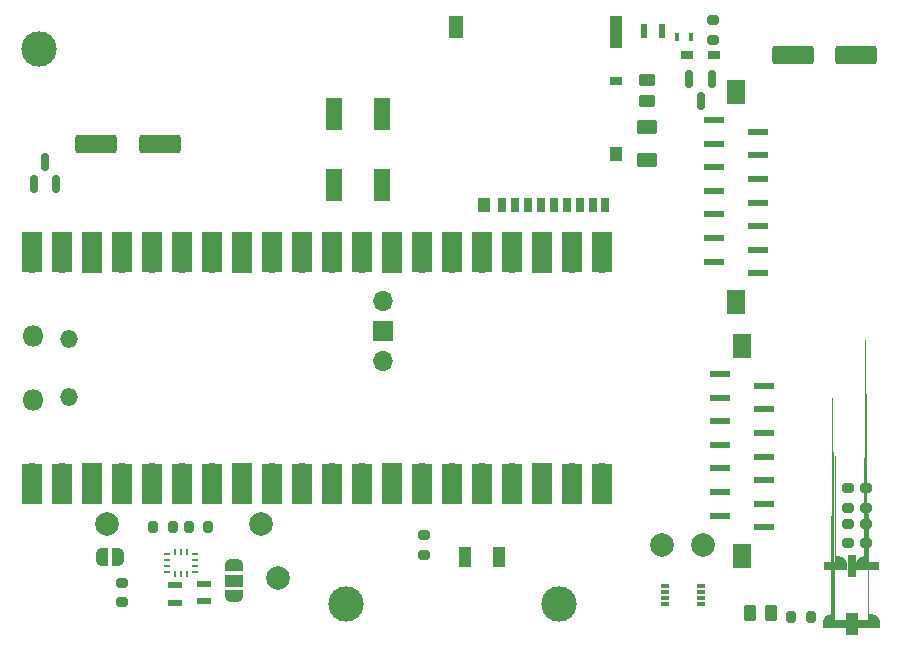
<source format=gbr>
%TF.GenerationSoftware,KiCad,Pcbnew,(6.0.10)*%
%TF.CreationDate,2023-02-15T00:38:02+01:00*%
%TF.ProjectId,Axe_lin_aire,4178655f-6c69-46ee-9961-6972652e6b69,rev?*%
%TF.SameCoordinates,Original*%
%TF.FileFunction,Soldermask,Top*%
%TF.FilePolarity,Negative*%
%FSLAX46Y46*%
G04 Gerber Fmt 4.6, Leading zero omitted, Abs format (unit mm)*
G04 Created by KiCad (PCBNEW (6.0.10)) date 2023-02-15 00:38:02*
%MOMM*%
%LPD*%
G01*
G04 APERTURE LIST*
G04 Aperture macros list*
%AMRoundRect*
0 Rectangle with rounded corners*
0 $1 Rounding radius*
0 $2 $3 $4 $5 $6 $7 $8 $9 X,Y pos of 4 corners*
0 Add a 4 corners polygon primitive as box body*
4,1,4,$2,$3,$4,$5,$6,$7,$8,$9,$2,$3,0*
0 Add four circle primitives for the rounded corners*
1,1,$1+$1,$2,$3*
1,1,$1+$1,$4,$5*
1,1,$1+$1,$6,$7*
1,1,$1+$1,$8,$9*
0 Add four rect primitives between the rounded corners*
20,1,$1+$1,$2,$3,$4,$5,0*
20,1,$1+$1,$4,$5,$6,$7,0*
20,1,$1+$1,$6,$7,$8,$9,0*
20,1,$1+$1,$8,$9,$2,$3,0*%
%AMFreePoly0*
4,1,22,0.500000,-0.750000,0.000000,-0.750000,0.000000,-0.745033,-0.079941,-0.743568,-0.215256,-0.701293,-0.333266,-0.622738,-0.424486,-0.514219,-0.481581,-0.384460,-0.499164,-0.250000,-0.500000,-0.250000,-0.500000,0.250000,-0.499164,0.250000,-0.499963,0.256109,-0.478152,0.396186,-0.417904,0.524511,-0.324060,0.630769,-0.204165,0.706417,-0.067858,0.745374,0.000000,0.744959,0.000000,0.750000,
0.500000,0.750000,0.500000,-0.750000,0.500000,-0.750000,$1*%
%AMFreePoly1*
4,1,20,0.000000,0.744959,0.073905,0.744508,0.209726,0.703889,0.328688,0.626782,0.421226,0.519385,0.479903,0.390333,0.500000,0.250000,0.500000,-0.250000,0.499851,-0.262216,0.476331,-0.402017,0.414519,-0.529596,0.319384,-0.634700,0.198574,-0.708877,0.061801,-0.746166,0.000000,-0.745033,0.000000,-0.750000,-0.500000,-0.750000,-0.500000,0.750000,0.000000,0.750000,0.000000,0.744959,
0.000000,0.744959,$1*%
%AMFreePoly2*
4,1,53,-0.099833,0.852494,-0.099048,0.852106,-0.098232,0.851768,-0.098198,0.851685,-0.098118,0.851646,-0.097838,0.850816,-0.097500,0.850000,-0.097500,0.350000,0.950000,0.350000,0.950000,-0.350000,-0.946033,-0.350000,-0.948424,-0.351941,-0.948767,-0.352043,-0.949015,-0.352297,-0.949646,-0.352305,-0.950258,-0.352487,-0.950573,-0.352317,-0.950929,-0.352321,-0.951382,-0.351879,-0.951941,-0.351576,
-0.952043,-0.351233,-0.952298,-0.350984,-0.987367,-0.269161,-0.987370,-0.268922,-0.987508,-0.268726,-1.026602,-0.095087,-1.026556,-0.094819,-1.026663,-0.094568,-1.028802,0.083403,-1.028700,0.083657,-1.028753,0.083923,-0.993844,0.258450,-0.993693,0.258676,-0.993689,0.258949,-0.923255,0.422405,-0.923060,0.422595,-0.922999,0.422861,-0.820121,0.568100,-0.819891,0.568245,-0.819776,0.568493,
-0.688950,0.689169,-0.688695,0.689263,-0.688531,0.689482,-0.535473,0.780321,-0.535203,0.780360,-0.534998,0.780539,-0.366398,0.837571,-0.366126,0.837553,-0.365888,0.837686,-0.189116,0.858417,-0.188884,0.858351,-0.188657,0.858428,-0.099833,0.852494,-0.099833,0.852494,$1*%
%AMFreePoly3*
4,1,53,0.188884,0.858352,0.189115,0.858417,0.365888,0.837686,0.366126,0.837553,0.366398,0.837571,0.534998,0.780539,0.535203,0.780360,0.535473,0.780321,0.688531,0.689482,0.688694,0.689264,0.688950,0.689170,0.819776,0.568493,0.819891,0.568245,0.820121,0.568100,0.922999,0.422861,0.923060,0.422595,0.923255,0.422405,0.993689,0.258950,0.993693,0.258676,0.993844,0.258450,
1.028753,0.083923,1.028700,0.083657,1.028802,0.083403,1.026663,-0.094568,1.026556,-0.094819,1.026602,-0.095087,0.987508,-0.268725,0.987370,-0.268921,0.987367,-0.269161,0.952298,-0.350985,0.952043,-0.351234,0.951941,-0.351576,0.951384,-0.351877,0.950929,-0.352322,0.950571,-0.352318,0.950258,-0.352487,0.949650,-0.352306,0.949015,-0.352298,0.948766,-0.352043,0.948424,-0.351941,
0.946033,-0.350000,-0.950000,-0.350000,-0.950000,0.350000,0.097500,0.350000,0.097500,0.850000,0.097838,0.850816,0.098118,0.851646,0.098198,0.851685,0.098232,0.851768,0.099048,0.852106,0.099833,0.852494,0.188657,0.858428,0.188884,0.858352,0.188884,0.858352,$1*%
%AMFreePoly4*
4,1,22,0.550000,-0.750000,0.000000,-0.750000,0.000000,-0.745033,-0.079941,-0.743568,-0.215256,-0.701293,-0.333266,-0.622738,-0.424486,-0.514219,-0.481581,-0.384460,-0.499164,-0.250000,-0.500000,-0.250000,-0.500000,0.250000,-0.499164,0.250000,-0.499963,0.256109,-0.478152,0.396186,-0.417904,0.524511,-0.324060,0.630769,-0.204165,0.706417,-0.067858,0.745374,0.000000,0.744959,0.000000,0.750000,
0.550000,0.750000,0.550000,-0.750000,0.550000,-0.750000,$1*%
%AMFreePoly5*
4,1,20,0.000000,0.744959,0.073905,0.744508,0.209726,0.703889,0.328688,0.626782,0.421226,0.519385,0.479903,0.390333,0.500000,0.250000,0.500000,-0.250000,0.499851,-0.262216,0.476331,-0.402017,0.414519,-0.529596,0.319384,-0.634700,0.198574,-0.708877,0.061801,-0.746166,0.000000,-0.745033,0.000000,-0.750000,-0.550000,-0.750000,-0.550000,0.750000,0.000000,0.750000,0.000000,0.744959,
0.000000,0.744959,$1*%
G04 Aperture macros list end*
%ADD10R,1.250000X0.500000*%
%ADD11C,3.000000*%
%ADD12R,0.800000X0.300000*%
%ADD13RoundRect,0.200000X-0.275000X0.200000X-0.275000X-0.200000X0.275000X-0.200000X0.275000X0.200000X0*%
%ADD14FreePoly0,180.000000*%
%ADD15FreePoly1,180.000000*%
%ADD16RoundRect,0.200000X-0.200000X-0.275000X0.200000X-0.275000X0.200000X0.275000X-0.200000X0.275000X0*%
%ADD17RoundRect,0.200000X0.275000X-0.200000X0.275000X0.200000X-0.275000X0.200000X-0.275000X-0.200000X0*%
%ADD18R,1.400000X2.750000*%
%ADD19R,1.600000X2.000000*%
%ADD20R,1.750000X0.500000*%
%ADD21R,0.475000X0.250000*%
%ADD22R,0.250000X0.475000*%
%ADD23RoundRect,0.250000X-0.262500X-0.450000X0.262500X-0.450000X0.262500X0.450000X-0.262500X0.450000X0*%
%ADD24O,1.800000X1.800000*%
%ADD25O,1.500000X1.500000*%
%ADD26R,1.700000X3.500000*%
%ADD27O,1.700000X1.700000*%
%ADD28R,1.700000X1.700000*%
%ADD29RoundRect,0.250000X0.450000X-0.262500X0.450000X0.262500X-0.450000X0.262500X-0.450000X-0.262500X0*%
%ADD30FreePoly2,90.000000*%
%ADD31R,1.000000X1.900000*%
%ADD32FreePoly3,270.000000*%
%ADD33FreePoly3,90.000000*%
%ADD34R,0.700000X1.900000*%
%ADD35FreePoly2,270.000000*%
%ADD36RoundRect,0.250000X-0.625000X0.375000X-0.625000X-0.375000X0.625000X-0.375000X0.625000X0.375000X0*%
%ADD37R,0.700000X1.200000*%
%ADD38R,1.000000X0.800000*%
%ADD39R,1.300000X1.900000*%
%ADD40R,1.000000X1.200000*%
%ADD41R,1.000000X2.800000*%
%ADD42C,2.000000*%
%ADD43R,1.050000X1.700000*%
%ADD44R,0.400000X0.800000*%
%ADD45RoundRect,0.150000X0.150000X-0.587500X0.150000X0.587500X-0.150000X0.587500X-0.150000X-0.587500X0*%
%ADD46FreePoly4,270.000000*%
%ADD47R,1.500000X1.000000*%
%ADD48FreePoly5,270.000000*%
%ADD49RoundRect,0.250000X-1.500000X-0.550000X1.500000X-0.550000X1.500000X0.550000X-1.500000X0.550000X0*%
%ADD50RoundRect,0.150000X-0.150000X0.587500X-0.150000X-0.587500X0.150000X-0.587500X0.150000X0.587500X0*%
%ADD51R,0.500000X1.250000*%
%ADD52R,1.000000X0.750000*%
G04 APERTURE END LIST*
D10*
%TO.C,C2*%
X116500000Y-105750000D03*
X116500000Y-107250000D03*
%TD*%
%TO.C,C1*%
X114000000Y-105900000D03*
X114000000Y-107400000D03*
%TD*%
D11*
%TO.C,REF\u002A\u002A*%
X102500000Y-60500000D03*
%TD*%
D12*
%TO.C,U4*%
X155450000Y-106000000D03*
X155450000Y-106500000D03*
X155450000Y-107000000D03*
X155450000Y-107500000D03*
X158550000Y-107500000D03*
X158550000Y-107000000D03*
X158550000Y-106500000D03*
X158550000Y-106000000D03*
%TD*%
D13*
%TO.C,R11*%
X171000000Y-97675000D03*
X171000000Y-99325000D03*
%TD*%
D14*
%TO.C,JP2*%
X109150000Y-103500000D03*
D15*
X107850000Y-103500000D03*
%TD*%
D16*
%TO.C,R6*%
X112175000Y-101000000D03*
X113825000Y-101000000D03*
%TD*%
D17*
%TO.C,R2*%
X159562742Y-59712500D03*
X159562742Y-58062500D03*
%TD*%
D18*
%TO.C,SW1*%
X127500000Y-72025000D03*
X127500000Y-65975000D03*
X131500000Y-72025000D03*
X131500000Y-65975000D03*
%TD*%
D19*
%TO.C,J2*%
X162000000Y-85600000D03*
X162000000Y-103400000D03*
D20*
X163875000Y-101000000D03*
X160125000Y-100000000D03*
X163875000Y-99000000D03*
X160125000Y-98000000D03*
X163875000Y-97000000D03*
X160125000Y-96000000D03*
X163875000Y-95000000D03*
X160125000Y-94000000D03*
X163875000Y-93000000D03*
X160125000Y-92000000D03*
X163875000Y-91000000D03*
X160125000Y-90000000D03*
X163875000Y-89000000D03*
X160125000Y-88000000D03*
%TD*%
D21*
%TO.C,U2*%
X113337500Y-103250000D03*
X113337500Y-103750000D03*
X113337500Y-104250000D03*
X113337500Y-104750000D03*
D22*
X114000000Y-104912500D03*
X114500000Y-104912500D03*
X115000000Y-104912500D03*
D21*
X115662500Y-104750000D03*
X115662500Y-104250000D03*
X115662500Y-103750000D03*
X115662500Y-103250000D03*
D22*
X115000000Y-103087500D03*
X114500000Y-103087500D03*
X114000000Y-103087500D03*
%TD*%
D23*
%TO.C,R12*%
X162675000Y-108250000D03*
X164500000Y-108250000D03*
%TD*%
D24*
%TO.C,U1*%
X102000000Y-90225000D03*
D25*
X105030000Y-89925000D03*
D24*
X102000000Y-84775000D03*
D25*
X105030000Y-85075000D03*
D26*
X101870000Y-97290000D03*
D27*
X101870000Y-96390000D03*
D26*
X104410000Y-97290000D03*
D27*
X104410000Y-96390000D03*
D26*
X106950000Y-97290000D03*
D28*
X106950000Y-96390000D03*
D27*
X109490000Y-96390000D03*
D26*
X109490000Y-97290000D03*
X112030000Y-97290000D03*
D27*
X112030000Y-96390000D03*
X114570000Y-96390000D03*
D26*
X114570000Y-97290000D03*
D27*
X117110000Y-96390000D03*
D26*
X117110000Y-97290000D03*
X119650000Y-97290000D03*
D28*
X119650000Y-96390000D03*
D27*
X122190000Y-96390000D03*
D26*
X122190000Y-97290000D03*
X124730000Y-97290000D03*
D27*
X124730000Y-96390000D03*
D26*
X127270000Y-97290000D03*
D27*
X127270000Y-96390000D03*
D26*
X129810000Y-97290000D03*
D27*
X129810000Y-96390000D03*
D28*
X132350000Y-96390000D03*
D26*
X132350000Y-97290000D03*
D27*
X134890000Y-96390000D03*
D26*
X134890000Y-97290000D03*
D27*
X137430000Y-96390000D03*
D26*
X137430000Y-97290000D03*
X139970000Y-97290000D03*
D27*
X139970000Y-96390000D03*
X142510000Y-96390000D03*
D26*
X142510000Y-97290000D03*
X145050000Y-97290000D03*
D28*
X145050000Y-96390000D03*
D26*
X147590000Y-97290000D03*
D27*
X147590000Y-96390000D03*
D26*
X150130000Y-97290000D03*
D27*
X150130000Y-96390000D03*
X150130000Y-78610000D03*
D26*
X150130000Y-77710000D03*
X147590000Y-77710000D03*
D27*
X147590000Y-78610000D03*
D28*
X145050000Y-78610000D03*
D26*
X145050000Y-77710000D03*
X142510000Y-77710000D03*
D27*
X142510000Y-78610000D03*
X139970000Y-78610000D03*
D26*
X139970000Y-77710000D03*
X137430000Y-77710000D03*
D27*
X137430000Y-78610000D03*
X134890000Y-78610000D03*
D26*
X134890000Y-77710000D03*
D28*
X132350000Y-78610000D03*
D26*
X132350000Y-77710000D03*
D27*
X129810000Y-78610000D03*
D26*
X129810000Y-77710000D03*
X127270000Y-77710000D03*
D27*
X127270000Y-78610000D03*
X124730000Y-78610000D03*
D26*
X124730000Y-77710000D03*
X122190000Y-77710000D03*
D27*
X122190000Y-78610000D03*
D28*
X119650000Y-78610000D03*
D26*
X119650000Y-77710000D03*
X117110000Y-77710000D03*
D27*
X117110000Y-78610000D03*
X114570000Y-78610000D03*
D26*
X114570000Y-77710000D03*
X112030000Y-77710000D03*
D27*
X112030000Y-78610000D03*
D26*
X109490000Y-77710000D03*
D27*
X109490000Y-78610000D03*
D26*
X106950000Y-77710000D03*
D28*
X106950000Y-78610000D03*
D27*
X104410000Y-78610000D03*
D26*
X104410000Y-77710000D03*
X101870000Y-77710000D03*
D27*
X101870000Y-78610000D03*
X131600000Y-86915900D03*
D28*
X131600000Y-84375900D03*
D27*
X131600000Y-81835900D03*
%TD*%
D17*
%TO.C,R5*%
X171000000Y-102325000D03*
X171000000Y-100675000D03*
%TD*%
D29*
%TO.C,R9*%
X154000000Y-64912500D03*
X154000000Y-63087500D03*
%TD*%
D30*
%TO.C,U3*%
X169900000Y-109200000D03*
D31*
X171300000Y-109200000D03*
D32*
X172700000Y-109200000D03*
D33*
X169900000Y-104300000D03*
D34*
X171300000Y-104300000D03*
D35*
X172700000Y-104300000D03*
%TD*%
D36*
%TO.C,D3*%
X154000000Y-67100000D03*
X154000000Y-69900000D03*
%TD*%
D37*
%TO.C,J3*%
X141725000Y-73725000D03*
X142825000Y-73725000D03*
X143925000Y-73725000D03*
X145025000Y-73725000D03*
X146125000Y-73725000D03*
X147225000Y-73725000D03*
X148325000Y-73725000D03*
X149425000Y-73725000D03*
X150375000Y-73725000D03*
D38*
X151325000Y-63225000D03*
D39*
X137825000Y-58625000D03*
D40*
X140175000Y-73725000D03*
D41*
X151325000Y-59075000D03*
D40*
X151325000Y-69425000D03*
%TD*%
D42*
%TO.C,TP3*%
X158750000Y-102500000D03*
%TD*%
D17*
%TO.C,R10*%
X172500000Y-99325000D03*
X172500000Y-97675000D03*
%TD*%
D43*
%TO.C,D2*%
X141455000Y-103500000D03*
X138545000Y-103500000D03*
%TD*%
D11*
%TO.C,REF\u002A\u002A*%
X146500000Y-107500000D03*
%TD*%
D16*
%TO.C,R3*%
X166175000Y-108587500D03*
X167825000Y-108587500D03*
%TD*%
D17*
%TO.C,R1*%
X109500000Y-107325000D03*
X109500000Y-105675000D03*
%TD*%
%TO.C,R4*%
X172500000Y-102325000D03*
X172500000Y-100675000D03*
%TD*%
D44*
%TO.C,FB1*%
X156500000Y-59500000D03*
X157700000Y-59500000D03*
%TD*%
D17*
%TO.C,R8*%
X135065000Y-103325000D03*
X135065000Y-101675000D03*
%TD*%
D45*
%TO.C,Q1*%
X102050000Y-71937500D03*
X103950000Y-71937500D03*
X103000000Y-70062500D03*
%TD*%
D42*
%TO.C,TP2*%
X155250000Y-102500000D03*
%TD*%
%TO.C,TP1*%
X122750000Y-105250000D03*
%TD*%
D46*
%TO.C,JP1*%
X119000000Y-104200000D03*
D47*
X119000000Y-105500000D03*
D48*
X119000000Y-106800000D03*
%TD*%
D11*
%TO.C,REF\u002A\u002A*%
X128500000Y-107500000D03*
%TD*%
D49*
%TO.C,C4*%
X166300000Y-61000000D03*
X171700000Y-61000000D03*
%TD*%
D50*
%TO.C,Q2*%
X159450000Y-63062500D03*
X157550000Y-63062500D03*
X158500000Y-64937500D03*
%TD*%
D42*
%TO.C,TP4*%
X108250000Y-100750000D03*
%TD*%
D19*
%TO.C,J1*%
X161500000Y-64100000D03*
X161500000Y-81900000D03*
D20*
X163375000Y-79500000D03*
X159625000Y-78500000D03*
X163375000Y-77500000D03*
X159625000Y-76500000D03*
X163375000Y-75500000D03*
X159625000Y-74500000D03*
X163375000Y-73500000D03*
X159625000Y-72500000D03*
X163375000Y-71500000D03*
X159625000Y-70500000D03*
X163375000Y-69500000D03*
X159625000Y-68500000D03*
X163375000Y-67500000D03*
X159625000Y-66500000D03*
%TD*%
D51*
%TO.C,C5*%
X153750000Y-59000000D03*
X155250000Y-59000000D03*
%TD*%
D16*
%TO.C,R7*%
X115175000Y-101000000D03*
X116825000Y-101000000D03*
%TD*%
D42*
%TO.C,TP5*%
X121250000Y-100750000D03*
%TD*%
D52*
%TO.C,D1*%
X157325000Y-61000000D03*
X159675000Y-61000000D03*
%TD*%
D49*
%TO.C,C3*%
X107300000Y-68500000D03*
X112700000Y-68500000D03*
%TD*%
M02*

</source>
